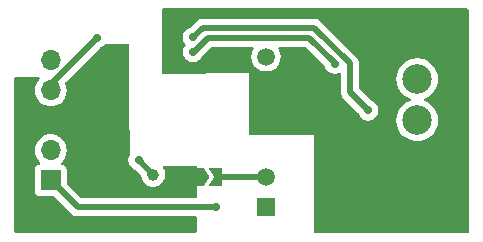
<source format=gbl>
G04 #@! TF.GenerationSoftware,KiCad,Pcbnew,8.0.2*
G04 #@! TF.CreationDate,2024-06-29T14:49:14+02:00*
G04 #@! TF.ProjectId,STM32F4_GateSignalGenerator_GateDriver,53544d33-3246-4345-9f47-617465536967,rev?*
G04 #@! TF.SameCoordinates,Original*
G04 #@! TF.FileFunction,Copper,L2,Bot*
G04 #@! TF.FilePolarity,Positive*
%FSLAX46Y46*%
G04 Gerber Fmt 4.6, Leading zero omitted, Abs format (unit mm)*
G04 Created by KiCad (PCBNEW 8.0.2) date 2024-06-29 14:49:14*
%MOMM*%
%LPD*%
G01*
G04 APERTURE LIST*
G04 Aperture macros list*
%AMFreePoly0*
4,1,6,1.000000,0.000000,0.500000,-0.750000,-0.500000,-0.750000,-0.500000,0.750000,0.500000,0.750000,1.000000,0.000000,1.000000,0.000000,$1*%
%AMFreePoly1*
4,1,6,0.500000,-0.750000,-0.650000,-0.750000,-0.150000,0.000000,-0.650000,0.750000,0.500000,0.750000,0.500000,-0.750000,0.500000,-0.750000,$1*%
G04 Aperture macros list end*
G04 #@! TA.AperFunction,ComponentPad*
%ADD10C,2.500000*%
G04 #@! TD*
G04 #@! TA.AperFunction,ComponentPad*
%ADD11R,1.500000X1.500000*%
G04 #@! TD*
G04 #@! TA.AperFunction,ComponentPad*
%ADD12C,1.500000*%
G04 #@! TD*
G04 #@! TA.AperFunction,SMDPad,CuDef*
%ADD13C,1.000000*%
G04 #@! TD*
G04 #@! TA.AperFunction,SMDPad,CuDef*
%ADD14FreePoly0,0.000000*%
G04 #@! TD*
G04 #@! TA.AperFunction,SMDPad,CuDef*
%ADD15FreePoly1,0.000000*%
G04 #@! TD*
G04 #@! TA.AperFunction,ComponentPad*
%ADD16O,1.700000X1.700000*%
G04 #@! TD*
G04 #@! TA.AperFunction,ComponentPad*
%ADD17R,1.700000X1.700000*%
G04 #@! TD*
G04 #@! TA.AperFunction,ViaPad*
%ADD18C,0.700000*%
G04 #@! TD*
G04 #@! TA.AperFunction,Conductor*
%ADD19C,0.500000*%
G04 #@! TD*
G04 APERTURE END LIST*
D10*
X186100000Y-97500000D03*
X186100000Y-94000000D03*
X186100000Y-90500000D03*
D11*
X173300000Y-101300000D03*
D12*
X173300000Y-98760000D03*
X173300000Y-93680000D03*
X173300000Y-88600000D03*
D13*
X163750000Y-98600000D03*
D14*
X167575000Y-98750000D03*
D15*
X169025000Y-98750000D03*
D16*
X155075000Y-88915000D03*
X155075000Y-91455000D03*
X155075000Y-93995000D03*
X155075000Y-96535000D03*
D17*
X155075000Y-99075000D03*
D18*
X162512500Y-97337500D03*
X169100000Y-101350000D03*
X188450000Y-103000000D03*
X189500000Y-102000000D03*
X189500000Y-102950000D03*
X178950000Y-103000000D03*
X177900000Y-102000000D03*
X177900000Y-103000000D03*
X181950000Y-93150000D03*
X179100000Y-89200000D03*
X166900000Y-102950000D03*
X157900000Y-103000000D03*
X166100000Y-84900000D03*
X165000000Y-84900000D03*
X189500000Y-94000000D03*
X189500000Y-93000000D03*
X189500000Y-86000000D03*
X188500000Y-85000000D03*
X189500000Y-95000000D03*
X189500000Y-85000000D03*
X161100000Y-90800000D03*
X152500000Y-102000000D03*
X159900000Y-90800000D03*
X153500000Y-103000000D03*
X152500000Y-91000000D03*
X152500000Y-103000000D03*
X152500000Y-94000000D03*
X159000000Y-87000000D03*
X167110537Y-86965000D03*
X167125000Y-88200000D03*
D19*
X162512500Y-97337500D02*
X163750000Y-98575000D01*
X163750000Y-98575000D02*
X163750000Y-98600000D01*
X173300000Y-98760000D02*
X169460000Y-98760000D01*
X169460000Y-98760000D02*
X169450000Y-98750000D01*
X169100000Y-101350000D02*
X157350000Y-101350000D01*
X157350000Y-101350000D02*
X155075000Y-99075000D01*
X181950000Y-93150000D02*
X180400000Y-91600000D01*
X167950000Y-86150000D02*
X167135000Y-86965000D01*
X180400000Y-91600000D02*
X180400000Y-89150000D01*
X180400000Y-89150000D02*
X177400000Y-86150000D01*
X177400000Y-86150000D02*
X167950000Y-86150000D01*
X167135000Y-86965000D02*
X167110537Y-86965000D01*
X179100000Y-89200000D02*
X179100000Y-89150000D01*
X179100000Y-89150000D02*
X176950000Y-87000000D01*
X176950000Y-87000000D02*
X168375000Y-87000000D01*
X168375000Y-87000000D02*
X167175000Y-88200000D01*
X167175000Y-88200000D02*
X167125000Y-88200000D01*
X167125537Y-86950000D02*
X167110537Y-86965000D01*
X159000000Y-87000000D02*
X155075000Y-90925000D01*
X155075000Y-90925000D02*
X155075000Y-91455000D01*
G04 #@! TA.AperFunction,Conductor*
G36*
X190414006Y-84536319D02*
G01*
X190450324Y-84623674D01*
X190479328Y-95673995D01*
X190499674Y-103425675D01*
X190463585Y-103513451D01*
X190375999Y-103550000D01*
X177474000Y-103550000D01*
X177386319Y-103513681D01*
X177350000Y-103426000D01*
X177350000Y-95250000D01*
X171974000Y-95250000D01*
X171886319Y-95213681D01*
X171850000Y-95126000D01*
X171850000Y-90000000D01*
X171849999Y-89999999D01*
X164574838Y-90049156D01*
X164486913Y-90013431D01*
X164450003Y-89925997D01*
X164450000Y-89925159D01*
X164450000Y-86964997D01*
X166249435Y-86964997D01*
X166249435Y-86965002D01*
X166291578Y-87231092D01*
X166291580Y-87231095D01*
X166413891Y-87471143D01*
X166413893Y-87471145D01*
X166413895Y-87471148D01*
X166444797Y-87502050D01*
X166481116Y-87589731D01*
X166444801Y-87677408D01*
X166428355Y-87693854D01*
X166306041Y-87933907D01*
X166263898Y-88199997D01*
X166263898Y-88200002D01*
X166306041Y-88466092D01*
X166306043Y-88466095D01*
X166428354Y-88706143D01*
X166428356Y-88706145D01*
X166428358Y-88706148D01*
X166618851Y-88896641D01*
X166618853Y-88896642D01*
X166618857Y-88896646D01*
X166858905Y-89018957D01*
X166858907Y-89018958D01*
X167124998Y-89061102D01*
X167125000Y-89061102D01*
X167125002Y-89061102D01*
X167391092Y-89018958D01*
X167391093Y-89018957D01*
X167391095Y-89018957D01*
X167631143Y-88896646D01*
X167821646Y-88706143D01*
X167907704Y-88537243D01*
X167930504Y-88505861D01*
X168649548Y-87786819D01*
X168737229Y-87750500D01*
X172130633Y-87750500D01*
X172218314Y-87786819D01*
X172254633Y-87874500D01*
X172232683Y-87944940D01*
X172184605Y-88014593D01*
X172184604Y-88014594D01*
X172076918Y-88298537D01*
X172040315Y-88599999D01*
X172040315Y-88600000D01*
X172076918Y-88901462D01*
X172137462Y-89061102D01*
X172184604Y-89185405D01*
X172298253Y-89350053D01*
X172357113Y-89435327D01*
X172584414Y-89636698D01*
X172584415Y-89636698D01*
X172584417Y-89636700D01*
X172853310Y-89777826D01*
X172853312Y-89777826D01*
X172853313Y-89777827D01*
X173148162Y-89850500D01*
X173451838Y-89850500D01*
X173746686Y-89777827D01*
X173746686Y-89777826D01*
X173746690Y-89777826D01*
X174015583Y-89636700D01*
X174242888Y-89435326D01*
X174415396Y-89185405D01*
X174523081Y-88901462D01*
X174559685Y-88600000D01*
X174523081Y-88298538D01*
X174415396Y-88014595D01*
X174367317Y-87944940D01*
X174347398Y-87852148D01*
X174398927Y-87772450D01*
X174469367Y-87750500D01*
X176587771Y-87750500D01*
X176675452Y-87786819D01*
X178238686Y-89350053D01*
X178273478Y-89418336D01*
X178281041Y-89466092D01*
X178281043Y-89466095D01*
X178403354Y-89706143D01*
X178403356Y-89706145D01*
X178403358Y-89706148D01*
X178593851Y-89896641D01*
X178593853Y-89896642D01*
X178593857Y-89896646D01*
X178796698Y-89999999D01*
X178833907Y-90018958D01*
X179099998Y-90061102D01*
X179100000Y-90061102D01*
X179100002Y-90061102D01*
X179366092Y-90018958D01*
X179366093Y-90018957D01*
X179366095Y-90018957D01*
X179469206Y-89966418D01*
X179563818Y-89958973D01*
X179635985Y-90020609D01*
X179649500Y-90076904D01*
X179649500Y-91698804D01*
X179700645Y-91889684D01*
X179750048Y-91975250D01*
X179799451Y-92060818D01*
X179799453Y-92060820D01*
X181098592Y-93359959D01*
X181128841Y-93409319D01*
X181131041Y-93416092D01*
X181131043Y-93416095D01*
X181253354Y-93656143D01*
X181253356Y-93656145D01*
X181253358Y-93656148D01*
X181443851Y-93846641D01*
X181443853Y-93846642D01*
X181443857Y-93846646D01*
X181683905Y-93968957D01*
X181683907Y-93968958D01*
X181949998Y-94011102D01*
X181950000Y-94011102D01*
X181950002Y-94011102D01*
X182216092Y-93968958D01*
X182216093Y-93968957D01*
X182216095Y-93968957D01*
X182456143Y-93846646D01*
X182646646Y-93656143D01*
X182768957Y-93416095D01*
X182768957Y-93416093D01*
X182768958Y-93416092D01*
X182811102Y-93150002D01*
X182811102Y-93149997D01*
X182768958Y-92883907D01*
X182740155Y-92827378D01*
X182646646Y-92643857D01*
X182646642Y-92643853D01*
X182646641Y-92643851D01*
X182456148Y-92453358D01*
X182456145Y-92453356D01*
X182456143Y-92453354D01*
X182293000Y-92370228D01*
X182216092Y-92331041D01*
X182209319Y-92328841D01*
X182159959Y-92298592D01*
X181186819Y-91325452D01*
X181150500Y-91237771D01*
X181150500Y-90500000D01*
X184339858Y-90500000D01*
X184378321Y-90865954D01*
X184378322Y-90865957D01*
X184492027Y-91215908D01*
X184492030Y-91215914D01*
X184676015Y-91534586D01*
X184922235Y-91808040D01*
X185034607Y-91889683D01*
X185219929Y-92024328D01*
X185472366Y-92136721D01*
X185537694Y-92205563D01*
X185535209Y-92300436D01*
X185472366Y-92363279D01*
X185219929Y-92475671D01*
X184922233Y-92691961D01*
X184676014Y-92965415D01*
X184492030Y-93284085D01*
X184492027Y-93284091D01*
X184378322Y-93634042D01*
X184378321Y-93634046D01*
X184339858Y-94000000D01*
X184378321Y-94365954D01*
X184378322Y-94365957D01*
X184492027Y-94715908D01*
X184492030Y-94715914D01*
X184676015Y-95034586D01*
X184922235Y-95308040D01*
X185219929Y-95524328D01*
X185556086Y-95673995D01*
X185916015Y-95750500D01*
X185916016Y-95750500D01*
X186283983Y-95750500D01*
X186283985Y-95750500D01*
X186643914Y-95673995D01*
X186980071Y-95524328D01*
X187277765Y-95308040D01*
X187523985Y-95034586D01*
X187707970Y-94715914D01*
X187821679Y-94365954D01*
X187860142Y-94000000D01*
X187821679Y-93634046D01*
X187707970Y-93284086D01*
X187523985Y-92965414D01*
X187277765Y-92691960D01*
X186980071Y-92475672D01*
X186727631Y-92363278D01*
X186662305Y-92294437D01*
X186664789Y-92199564D01*
X186727631Y-92136721D01*
X186980071Y-92024328D01*
X187277765Y-91808040D01*
X187523985Y-91534586D01*
X187707970Y-91215914D01*
X187821679Y-90865954D01*
X187860142Y-90500000D01*
X187821679Y-90134046D01*
X187744541Y-89896641D01*
X187707972Y-89784091D01*
X187707969Y-89784085D01*
X187704356Y-89777827D01*
X187523985Y-89465414D01*
X187277765Y-89191960D01*
X186980071Y-88975672D01*
X186643914Y-88826005D01*
X186643912Y-88826004D01*
X186643911Y-88826004D01*
X186405906Y-88775415D01*
X186283985Y-88749500D01*
X185916015Y-88749500D01*
X185818860Y-88770150D01*
X185556088Y-88826004D01*
X185556086Y-88826005D01*
X185397429Y-88896644D01*
X185219925Y-88975674D01*
X184922233Y-89191961D01*
X184676014Y-89465415D01*
X184492030Y-89784085D01*
X184492027Y-89784091D01*
X184378322Y-90134042D01*
X184378321Y-90134046D01*
X184339858Y-90500000D01*
X181150500Y-90500000D01*
X181150500Y-89051197D01*
X181150500Y-89051195D01*
X181099355Y-88860318D01*
X181050337Y-88775416D01*
X181050337Y-88775415D01*
X181000554Y-88689188D01*
X181000548Y-88689180D01*
X177860820Y-85549453D01*
X177860818Y-85549451D01*
X177775250Y-85500048D01*
X177689684Y-85450645D01*
X177594244Y-85425072D01*
X177498805Y-85399500D01*
X168048805Y-85399500D01*
X167851195Y-85399500D01*
X167660315Y-85450645D01*
X167489182Y-85549451D01*
X167489179Y-85549453D01*
X166930139Y-86108492D01*
X166861857Y-86143284D01*
X166844444Y-86146041D01*
X166684410Y-86227583D01*
X166604394Y-86268354D01*
X166604393Y-86268355D01*
X166604388Y-86268358D01*
X166413895Y-86458851D01*
X166413892Y-86458856D01*
X166291578Y-86698907D01*
X166249435Y-86964997D01*
X164450000Y-86964997D01*
X164450000Y-84624000D01*
X164486319Y-84536319D01*
X164574000Y-84500000D01*
X190326325Y-84500000D01*
X190414006Y-84536319D01*
G37*
G04 #@! TD.AperFunction*
G04 #@! TA.AperFunction,Conductor*
G36*
X161663681Y-87536319D02*
G01*
X161700000Y-87624000D01*
X161700000Y-92500000D01*
X161702122Y-92727015D01*
X161741553Y-96946240D01*
X161728043Y-97003693D01*
X161693543Y-97071402D01*
X161693542Y-97071406D01*
X161651398Y-97337497D01*
X161651398Y-97337502D01*
X161693541Y-97603592D01*
X161735471Y-97685883D01*
X161748981Y-97741019D01*
X161750000Y-97850000D01*
X161770849Y-97850000D01*
X161858530Y-97886319D01*
X162006357Y-98034146D01*
X162246405Y-98156457D01*
X162246411Y-98156457D01*
X162253178Y-98158657D01*
X162302540Y-98188907D01*
X162714323Y-98600690D01*
X162749380Y-98670724D01*
X162780155Y-98884772D01*
X162899670Y-99146471D01*
X162899671Y-99146473D01*
X163088075Y-99363903D01*
X163088077Y-99363904D01*
X163088079Y-99363906D01*
X163330100Y-99519444D01*
X163330103Y-99519445D01*
X163606148Y-99600500D01*
X163606150Y-99600500D01*
X163893851Y-99600500D01*
X164031873Y-99559972D01*
X164169897Y-99519445D01*
X164411925Y-99363903D01*
X164600329Y-99146473D01*
X164719844Y-98884772D01*
X164760788Y-98600000D01*
X164719844Y-98315228D01*
X164719843Y-98315224D01*
X164600329Y-98053528D01*
X164600329Y-98053527D01*
X164600326Y-98053524D01*
X164595534Y-98046066D01*
X164598175Y-98044368D01*
X164571810Y-97965155D01*
X164614290Y-97880288D01*
X164695494Y-97850000D01*
X167326000Y-97850000D01*
X167413681Y-97886319D01*
X167450000Y-97974000D01*
X167450000Y-100475500D01*
X167413681Y-100563181D01*
X167326000Y-100599500D01*
X157712229Y-100599500D01*
X157624548Y-100563181D01*
X156461818Y-99400451D01*
X156425499Y-99312770D01*
X156425499Y-98175710D01*
X156425499Y-98175708D01*
X156396460Y-98029715D01*
X156396459Y-98029714D01*
X156396459Y-98029712D01*
X156341024Y-97946748D01*
X156285840Y-97864160D01*
X156120285Y-97753540D01*
X156120283Y-97753539D01*
X156120281Y-97753538D01*
X156051624Y-97739881D01*
X155972714Y-97687153D01*
X155954200Y-97594071D01*
X155993588Y-97525451D01*
X156093288Y-97437125D01*
X156279591Y-97167218D01*
X156395888Y-96860570D01*
X156435419Y-96535000D01*
X156428304Y-96476398D01*
X156395888Y-96209429D01*
X156343049Y-96070107D01*
X156279591Y-95902782D01*
X156093288Y-95632875D01*
X156093285Y-95632872D01*
X156093283Y-95632870D01*
X155847808Y-95415398D01*
X155751007Y-95364593D01*
X155557411Y-95262986D01*
X155557410Y-95262985D01*
X155557407Y-95262984D01*
X155238980Y-95184500D01*
X154911020Y-95184500D01*
X154592592Y-95262984D01*
X154302191Y-95415398D01*
X154056716Y-95632870D01*
X154056710Y-95632877D01*
X153870410Y-95902780D01*
X153870409Y-95902781D01*
X153754111Y-96209429D01*
X153714581Y-96534999D01*
X153714581Y-96535000D01*
X153754111Y-96860570D01*
X153870409Y-97167218D01*
X154056712Y-97437125D01*
X154056714Y-97437127D01*
X154056716Y-97437129D01*
X154156410Y-97525450D01*
X154197957Y-97610778D01*
X154166998Y-97700492D01*
X154098375Y-97739882D01*
X154029714Y-97753539D01*
X153864160Y-97864160D01*
X153753540Y-98029715D01*
X153753538Y-98029719D01*
X153724500Y-98175702D01*
X153724500Y-99974289D01*
X153753540Y-100120287D01*
X153827286Y-100230655D01*
X153864160Y-100285840D01*
X154029715Y-100396460D01*
X154029718Y-100396460D01*
X154029719Y-100396461D01*
X154102711Y-100410980D01*
X154175707Y-100425500D01*
X155312770Y-100425499D01*
X155400451Y-100461818D01*
X156889182Y-101950549D01*
X157060318Y-102049355D01*
X157251195Y-102100500D01*
X157251197Y-102100500D01*
X167326000Y-102100500D01*
X167413681Y-102136819D01*
X167450000Y-102224500D01*
X167450000Y-103376000D01*
X167413681Y-103463681D01*
X167326000Y-103500000D01*
X152124000Y-103500000D01*
X152036319Y-103463681D01*
X152000000Y-103376000D01*
X152000000Y-90424000D01*
X152036319Y-90336319D01*
X152124000Y-90300000D01*
X154015188Y-90300000D01*
X154102869Y-90336319D01*
X154139188Y-90424000D01*
X154102869Y-90511681D01*
X154097415Y-90516815D01*
X154056716Y-90552870D01*
X154056710Y-90552877D01*
X153870410Y-90822780D01*
X153870409Y-90822781D01*
X153754111Y-91129429D01*
X153714581Y-91454999D01*
X153714581Y-91455000D01*
X153754111Y-91780570D01*
X153795362Y-91889337D01*
X153870409Y-92087218D01*
X154056712Y-92357125D01*
X154056714Y-92357127D01*
X154056716Y-92357129D01*
X154302191Y-92574601D01*
X154302192Y-92574601D01*
X154302194Y-92574603D01*
X154592589Y-92727014D01*
X154592591Y-92727014D01*
X154592592Y-92727015D01*
X154911020Y-92805500D01*
X155238980Y-92805500D01*
X155557407Y-92727015D01*
X155557407Y-92727014D01*
X155557411Y-92727014D01*
X155847806Y-92574603D01*
X156093288Y-92357125D01*
X156279591Y-92087218D01*
X156395888Y-91780570D01*
X156435419Y-91455000D01*
X156395888Y-91129430D01*
X156296744Y-90868010D01*
X156299610Y-90773150D01*
X156325002Y-90736363D01*
X159209960Y-87851405D01*
X159259325Y-87821156D01*
X159266089Y-87818957D01*
X159266095Y-87818957D01*
X159506143Y-87696646D01*
X159578789Y-87624000D01*
X159666471Y-87536319D01*
X159754152Y-87500000D01*
X161576000Y-87500000D01*
X161663681Y-87536319D01*
G37*
G04 #@! TD.AperFunction*
M02*

</source>
